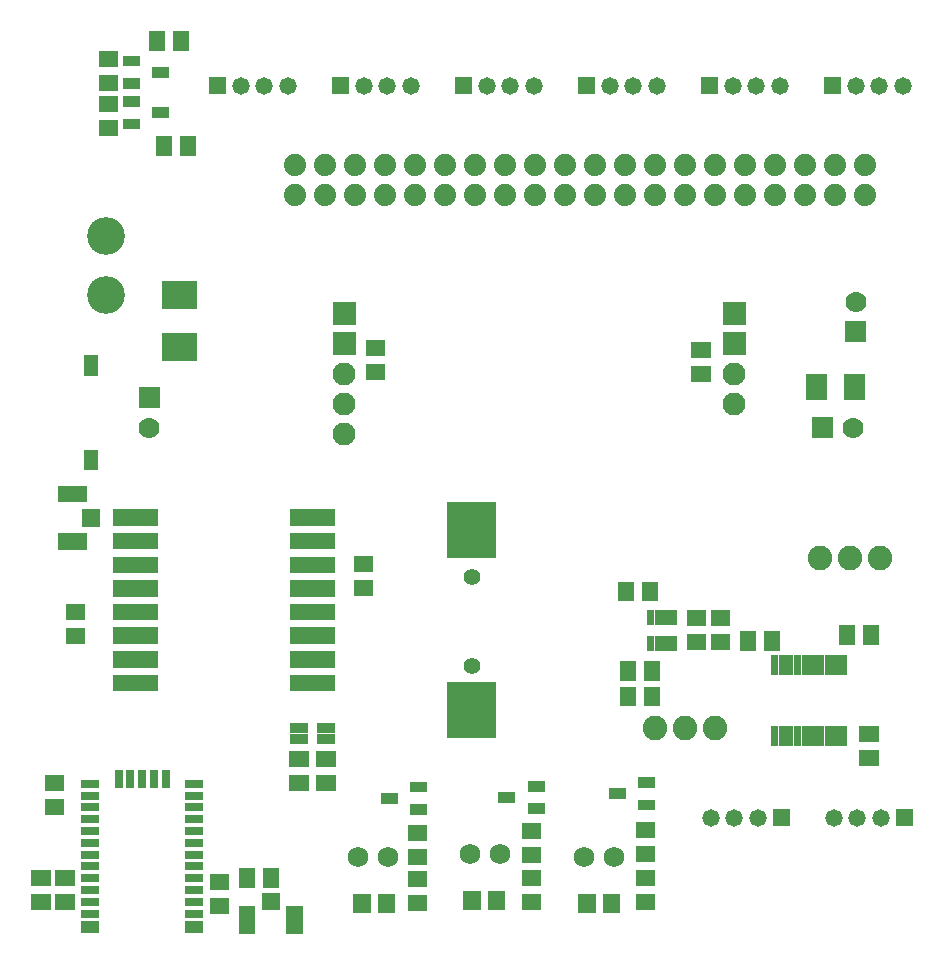
<source format=gts>
G04 Layer: TopSolderMaskLayer*
G04 EasyEDA v6.2.46, 2019-11-12T10:27:12+01:00*
G04 201d7097f1e54f75af69d8895503a090,f684c74a6e3d460ab4b866ead519826c,10*
G04 Gerber Generator version 0.2*
G04 Scale: 100 percent, Rotated: No, Reflected: No *
G04 Dimensions in inches *
G04 leading zeros omitted , absolute positions ,2 integer and 4 decimal *
%FSLAX24Y24*%
%MOIN*%
G90*
G70D02*

%ADD20R,0.059055X0.039370*%
%ADD21R,0.027559X0.059055*%
%ADD22R,0.059055X0.027559*%
%ADD65C,0.055244*%
%ADD71C,0.058000*%
%ADD74C,0.082000*%
%ADD78C,0.070000*%
%ADD79C,0.126110*%
%ADD81C,0.068000*%
%ADD83C,0.076898*%
%ADD84C,0.074000*%

%LPD*%
G36*
G01X8851Y8353D02*
G01X8851Y8905D01*
G01X10348Y8905D01*
G01X10348Y8353D01*
G01X8851Y8353D01*
G37*
G36*
G01X8851Y9144D02*
G01X8851Y9696D01*
G01X10348Y9696D01*
G01X10348Y9144D01*
G01X8851Y9144D01*
G37*
G36*
G01X2951Y8353D02*
G01X2951Y8905D01*
G01X4448Y8905D01*
G01X4448Y8353D01*
G01X2951Y8353D01*
G37*
G36*
G01X8851Y9934D02*
G01X8851Y10486D01*
G01X10348Y10486D01*
G01X10348Y9934D01*
G01X8851Y9934D01*
G37*
G36*
G01X8851Y10724D02*
G01X8851Y11276D01*
G01X10348Y11276D01*
G01X10348Y10724D01*
G01X8851Y10724D01*
G37*
G36*
G01X8851Y11503D02*
G01X8851Y12055D01*
G01X10348Y12055D01*
G01X10348Y11503D01*
G01X8851Y11503D01*
G37*
G36*
G01X8851Y12294D02*
G01X8851Y12846D01*
G01X10348Y12846D01*
G01X10348Y12294D01*
G01X8851Y12294D01*
G37*
G36*
G01X8851Y13084D02*
G01X8851Y13636D01*
G01X10348Y13636D01*
G01X10348Y13084D01*
G01X8851Y13084D01*
G37*
G36*
G01X8851Y13874D02*
G01X8851Y14426D01*
G01X10348Y14426D01*
G01X10348Y13874D01*
G01X8851Y13874D01*
G37*
G36*
G01X2951Y9144D02*
G01X2951Y9696D01*
G01X4448Y9696D01*
G01X4448Y9144D01*
G01X2951Y9144D01*
G37*
G36*
G01X2951Y9934D02*
G01X2951Y10486D01*
G01X4448Y10486D01*
G01X4448Y9934D01*
G01X2951Y9934D01*
G37*
G36*
G01X2951Y10724D02*
G01X2951Y11276D01*
G01X4448Y11276D01*
G01X4448Y10724D01*
G01X2951Y10724D01*
G37*
G36*
G01X2951Y11503D02*
G01X2951Y12055D01*
G01X4448Y12055D01*
G01X4448Y11503D01*
G01X2951Y11503D01*
G37*
G36*
G01X2951Y12294D02*
G01X2951Y12846D01*
G01X4448Y12846D01*
G01X4448Y12294D01*
G01X2951Y12294D01*
G37*
G36*
G01X2951Y13084D02*
G01X2951Y13636D01*
G01X4448Y13636D01*
G01X4448Y13084D01*
G01X2951Y13084D01*
G37*
G36*
G01X2951Y13874D02*
G01X2951Y14426D01*
G01X4448Y14426D01*
G01X4448Y13874D01*
G01X2951Y13874D01*
G37*
G54D20*
G01X2185Y490D03*
G54D21*
G01X3917Y5430D03*
G01X4705Y5430D03*
G01X4311Y5430D03*
G01X3523Y5430D03*
G01X3130Y5430D03*
G54D22*
G01X2185Y942D03*
G01X2185Y1336D03*
G01X2185Y1730D03*
G01X2185Y2123D03*
G01X2185Y2517D03*
G01X2185Y2911D03*
G01X2185Y3305D03*
G01X2185Y3698D03*
G01X2185Y4092D03*
G01X2185Y4486D03*
G01X2185Y4879D03*
G01X2185Y5273D03*
G54D20*
G01X5650Y490D03*
G54D22*
G01X5650Y942D03*
G01X5650Y1336D03*
G01X5650Y1730D03*
G01X5650Y2123D03*
G01X5650Y2517D03*
G01X5650Y2911D03*
G01X5650Y3305D03*
G01X5650Y3698D03*
G01X5650Y4092D03*
G01X5650Y4486D03*
G01X5650Y4879D03*
G01X5650Y5273D03*
G36*
G01X8821Y5022D02*
G01X8821Y5557D01*
G01X9478Y5557D01*
G01X9478Y5022D01*
G01X8821Y5022D01*
G37*
G36*
G01X8821Y5822D02*
G01X8821Y6357D01*
G01X9478Y6357D01*
G01X9478Y5822D01*
G01X8821Y5822D01*
G37*
G36*
G01X9721Y5022D02*
G01X9721Y5557D01*
G01X10378Y5557D01*
G01X10378Y5022D01*
G01X9721Y5022D01*
G37*
G36*
G01X9721Y5822D02*
G01X9721Y6357D01*
G01X10378Y6357D01*
G01X10378Y5822D01*
G01X9721Y5822D01*
G37*
G36*
G01X225Y1872D02*
G01X225Y2407D01*
G01X875Y2407D01*
G01X875Y1872D01*
G01X225Y1872D01*
G37*
G36*
G01X225Y1072D02*
G01X225Y1607D01*
G01X875Y1607D01*
G01X875Y1072D01*
G01X225Y1072D01*
G37*
G36*
G01X1025Y1872D02*
G01X1025Y2407D01*
G01X1675Y2407D01*
G01X1675Y1872D01*
G01X1025Y1872D01*
G37*
G36*
G01X1025Y1072D02*
G01X1025Y1607D01*
G01X1675Y1607D01*
G01X1675Y1072D01*
G01X1025Y1072D01*
G37*
G36*
G01X8711Y267D02*
G01X8711Y1213D01*
G01X9263Y1213D01*
G01X9263Y267D01*
G01X8711Y267D01*
G37*
G36*
G01X7903Y1053D02*
G01X7903Y1646D01*
G01X8496Y1646D01*
G01X8496Y1053D01*
G01X7903Y1053D01*
G37*
G36*
G01X7136Y267D02*
G01X7136Y1213D01*
G01X7688Y1213D01*
G01X7688Y267D01*
G01X7136Y267D01*
G37*
G36*
G01X7132Y1815D02*
G01X7132Y2465D01*
G01X7667Y2465D01*
G01X7667Y1815D01*
G01X7132Y1815D01*
G37*
G36*
G01X7932Y1815D02*
G01X7932Y2465D01*
G01X8467Y2465D01*
G01X8467Y1815D01*
G01X7932Y1815D01*
G37*
G36*
G01X6175Y1722D02*
G01X6175Y2257D01*
G01X6825Y2257D01*
G01X6825Y1722D01*
G01X6175Y1722D01*
G37*
G36*
G01X6175Y922D02*
G01X6175Y1457D01*
G01X6825Y1457D01*
G01X6825Y922D01*
G01X6175Y922D01*
G37*
G36*
G01X675Y5022D02*
G01X675Y5557D01*
G01X1325Y5557D01*
G01X1325Y5022D01*
G01X675Y5022D01*
G37*
G36*
G01X675Y4222D02*
G01X675Y4757D01*
G01X1325Y4757D01*
G01X1325Y4222D01*
G01X675Y4222D01*
G37*
G36*
G01X14073Y6813D02*
G01X14073Y8666D01*
G01X15726Y8666D01*
G01X15726Y6813D01*
G01X14073Y6813D01*
G37*
G36*
G01X14073Y12813D02*
G01X14073Y14666D01*
G01X15726Y14666D01*
G01X15726Y12813D01*
G01X14073Y12813D01*
G37*
G54D65*
G01X14900Y12150D03*
G01X14900Y9200D03*
G36*
G01X1126Y13076D02*
G01X1126Y13628D01*
G01X2073Y13628D01*
G01X2073Y13076D01*
G01X1126Y13076D01*
G37*
G36*
G01X1913Y13844D02*
G01X1913Y14436D01*
G01X2505Y14436D01*
G01X2505Y13844D01*
G01X1913Y13844D01*
G37*
G36*
G01X1126Y14651D02*
G01X1126Y15203D01*
G01X2073Y15203D01*
G01X2073Y14651D01*
G01X1126Y14651D01*
G37*
G36*
G01X1375Y10722D02*
G01X1375Y11257D01*
G01X2025Y11257D01*
G01X2025Y10722D01*
G01X1375Y10722D01*
G37*
G36*
G01X1375Y9922D02*
G01X1375Y10457D01*
G01X2025Y10457D01*
G01X2025Y9922D01*
G01X1375Y9922D01*
G37*
G36*
G01X10975Y11522D02*
G01X10975Y12057D01*
G01X11625Y12057D01*
G01X11625Y11522D01*
G01X10975Y11522D01*
G37*
G36*
G01X10975Y12322D02*
G01X10975Y12857D01*
G01X11625Y12857D01*
G01X11625Y12322D01*
G01X10975Y12322D01*
G37*
G36*
G01X9759Y6975D02*
G01X9759Y7305D01*
G01X10340Y7305D01*
G01X10340Y6975D01*
G01X9759Y6975D01*
G37*
G36*
G01X9759Y6615D02*
G01X9759Y6945D01*
G01X10340Y6945D01*
G01X10340Y6615D01*
G01X9759Y6615D01*
G37*
G36*
G01X8859Y6975D02*
G01X8859Y7305D01*
G01X9440Y7305D01*
G01X9440Y6975D01*
G01X8859Y6975D01*
G37*
G36*
G01X8859Y6615D02*
G01X8859Y6945D01*
G01X9440Y6945D01*
G01X9440Y6615D01*
G01X8859Y6615D01*
G37*
G36*
G01X4382Y26215D02*
G01X4382Y26865D01*
G01X4917Y26865D01*
G01X4917Y26215D01*
G01X4382Y26215D01*
G37*
G36*
G01X5182Y26215D02*
G01X5182Y26865D01*
G01X5717Y26865D01*
G01X5717Y26215D01*
G01X5182Y26215D01*
G37*
G36*
G01X4255Y27461D02*
G01X4255Y27818D01*
G01X4828Y27818D01*
G01X4828Y27461D01*
G01X4255Y27461D01*
G37*
G36*
G01X3271Y27088D02*
G01X3271Y27444D01*
G01X3844Y27444D01*
G01X3844Y27088D01*
G01X3271Y27088D01*
G37*
G36*
G01X3271Y27836D02*
G01X3271Y28192D01*
G01X3844Y28192D01*
G01X3844Y27836D01*
G01X3271Y27836D01*
G37*
G36*
G01X2475Y26872D02*
G01X2475Y27407D01*
G01X3125Y27407D01*
G01X3125Y26872D01*
G01X2475Y26872D01*
G37*
G36*
G01X2475Y27672D02*
G01X2475Y28207D01*
G01X3125Y28207D01*
G01X3125Y27672D01*
G01X2475Y27672D01*
G37*
G36*
G01X2475Y28372D02*
G01X2475Y28907D01*
G01X3125Y28907D01*
G01X3125Y28372D01*
G01X2475Y28372D01*
G37*
G36*
G01X2475Y29172D02*
G01X2475Y29707D01*
G01X3125Y29707D01*
G01X3125Y29172D01*
G01X2475Y29172D01*
G37*
G36*
G01X4132Y29715D02*
G01X4132Y30365D01*
G01X4667Y30365D01*
G01X4667Y29715D01*
G01X4132Y29715D01*
G37*
G36*
G01X4932Y29715D02*
G01X4932Y30365D01*
G01X5467Y30365D01*
G01X5467Y29715D01*
G01X4932Y29715D01*
G37*
G36*
G01X4255Y28811D02*
G01X4255Y29168D01*
G01X4828Y29168D01*
G01X4828Y28811D01*
G01X4255Y28811D01*
G37*
G36*
G01X3271Y28438D02*
G01X3271Y28794D01*
G01X3844Y28794D01*
G01X3844Y28438D01*
G01X3271Y28438D01*
G37*
G36*
G01X3271Y29186D02*
G01X3271Y29542D01*
G01X3844Y29542D01*
G01X3844Y29186D01*
G01X3271Y29186D01*
G37*
G36*
G01X4569Y21095D02*
G01X4569Y22025D01*
G01X5730Y22025D01*
G01X5730Y21095D01*
G01X4569Y21095D01*
G37*
G36*
G01X4569Y19355D02*
G01X4569Y20284D01*
G01X5730Y20284D01*
G01X5730Y19355D01*
G01X4569Y19355D01*
G37*
G36*
G01X22225Y18672D02*
G01X22225Y19207D01*
G01X22875Y19207D01*
G01X22875Y18672D01*
G01X22225Y18672D01*
G37*
G36*
G01X22225Y19472D02*
G01X22225Y20007D01*
G01X22875Y20007D01*
G01X22875Y19472D01*
G01X22225Y19472D01*
G37*
G36*
G01X11375Y18722D02*
G01X11375Y19257D01*
G01X12025Y19257D01*
G01X12025Y18722D01*
G01X11375Y18722D01*
G37*
G36*
G01X11375Y19522D02*
G01X11375Y20057D01*
G01X12025Y20057D01*
G01X12025Y19522D01*
G01X11375Y19522D01*
G37*
G36*
G01X26630Y28250D02*
G01X26630Y28830D01*
G01X27210Y28830D01*
G01X27210Y28250D01*
G01X26630Y28250D01*
G37*
G54D71*
G01X27710Y28540D03*
G01X28489Y28540D03*
G01X29280Y28540D03*
G36*
G01X22530Y28250D02*
G01X22530Y28830D01*
G01X23110Y28830D01*
G01X23110Y28250D01*
G01X22530Y28250D01*
G37*
G01X23610Y28540D03*
G01X24389Y28540D03*
G01X25180Y28540D03*
G36*
G01X18430Y28250D02*
G01X18430Y28830D01*
G01X19010Y28830D01*
G01X19010Y28250D01*
G01X18430Y28250D01*
G37*
G01X19510Y28540D03*
G01X20289Y28540D03*
G01X21080Y28540D03*
G36*
G01X14330Y28250D02*
G01X14330Y28830D01*
G01X14909Y28830D01*
G01X14909Y28250D01*
G01X14330Y28250D01*
G37*
G01X15409Y28540D03*
G01X16190Y28540D03*
G01X16980Y28540D03*
G36*
G01X10230Y28250D02*
G01X10230Y28830D01*
G01X10809Y28830D01*
G01X10809Y28250D01*
G01X10230Y28250D01*
G37*
G01X11309Y28540D03*
G01X12090Y28540D03*
G01X12880Y28540D03*
G36*
G01X6130Y28250D02*
G01X6130Y28830D01*
G01X6709Y28830D01*
G01X6709Y28250D01*
G01X6130Y28250D01*
G37*
G01X7209Y28540D03*
G01X7990Y28540D03*
G01X8780Y28540D03*
G36*
G01X1963Y15730D02*
G01X1963Y16400D01*
G01X2436Y16400D01*
G01X2436Y15730D01*
G01X1963Y15730D01*
G37*
G36*
G01X1963Y18880D02*
G01X1963Y19550D01*
G01X2436Y19550D01*
G01X2436Y18880D01*
G01X1963Y18880D01*
G37*
G36*
G01X21517Y10574D02*
G01X21517Y11072D01*
G01X21755Y11072D01*
G01X21755Y10574D01*
G01X21517Y10574D01*
G37*
G36*
G01X21260Y10574D02*
G01X21260Y11072D01*
G01X21498Y11072D01*
G01X21498Y10574D01*
G01X21260Y10574D01*
G37*
G36*
G01X21001Y10574D02*
G01X21001Y11072D01*
G01X21239Y11072D01*
G01X21239Y10574D01*
G01X21001Y10574D01*
G37*
G36*
G01X20744Y10574D02*
G01X20744Y11072D01*
G01X20982Y11072D01*
G01X20982Y10574D01*
G01X20744Y10574D01*
G37*
G36*
G01X20744Y9707D02*
G01X20744Y10205D01*
G01X20982Y10205D01*
G01X20982Y9707D01*
G01X20744Y9707D01*
G37*
G36*
G01X21001Y9707D02*
G01X21001Y10205D01*
G01X21239Y10205D01*
G01X21239Y9707D01*
G01X21001Y9707D01*
G37*
G36*
G01X21260Y9707D02*
G01X21260Y10205D01*
G01X21498Y10205D01*
G01X21498Y9707D01*
G01X21260Y9707D01*
G37*
G36*
G01X21517Y9707D02*
G01X21517Y10205D01*
G01X21755Y10205D01*
G01X21755Y9707D01*
G01X21517Y9707D01*
G37*
G36*
G01X20581Y11365D02*
G01X20581Y12015D01*
G01X21118Y12015D01*
G01X21118Y11365D01*
G01X20581Y11365D01*
G37*
G36*
G01X19781Y11365D02*
G01X19781Y12015D01*
G01X20318Y12015D01*
G01X20318Y11365D01*
G01X19781Y11365D01*
G37*
G36*
G01X20631Y8715D02*
G01X20631Y9365D01*
G01X21168Y9365D01*
G01X21168Y8715D01*
G01X20631Y8715D01*
G37*
G36*
G01X19831Y8715D02*
G01X19831Y9365D01*
G01X20368Y9365D01*
G01X20368Y8715D01*
G01X19831Y8715D01*
G37*
G54D74*
G01X21000Y7140D03*
G01X22000Y7140D03*
G01X23000Y7140D03*
G36*
G01X20631Y7865D02*
G01X20631Y8515D01*
G01X21168Y8515D01*
G01X21168Y7865D01*
G01X20631Y7865D01*
G37*
G36*
G01X19831Y7865D02*
G01X19831Y8515D01*
G01X20368Y8515D01*
G01X20368Y7865D01*
G01X19831Y7865D01*
G37*
G36*
G01X22075Y9722D02*
G01X22075Y10257D01*
G01X22725Y10257D01*
G01X22725Y9722D01*
G01X22075Y9722D01*
G37*
G36*
G01X22075Y10522D02*
G01X22075Y11057D01*
G01X22725Y11057D01*
G01X22725Y10522D01*
G01X22075Y10522D01*
G37*
G36*
G01X22875Y9722D02*
G01X22875Y10257D01*
G01X23525Y10257D01*
G01X23525Y9722D01*
G01X22875Y9722D01*
G37*
G36*
G01X22875Y10522D02*
G01X22875Y11057D01*
G01X23525Y11057D01*
G01X23525Y10522D01*
G01X22875Y10522D01*
G37*
G36*
G01X26159Y8886D02*
G01X26159Y9555D01*
G01X26397Y9555D01*
G01X26397Y8886D01*
G01X26159Y8886D01*
G37*
G36*
G01X25903Y8886D02*
G01X25903Y9555D01*
G01X26140Y9555D01*
G01X26140Y8886D01*
G01X25903Y8886D01*
G37*
G36*
G01X25647Y8886D02*
G01X25647Y9555D01*
G01X25885Y9555D01*
G01X25885Y8886D01*
G01X25647Y8886D01*
G37*
G36*
G01X25392Y8886D02*
G01X25392Y9555D01*
G01X25628Y9555D01*
G01X25628Y8886D01*
G01X25392Y8886D01*
G37*
G36*
G01X26927Y6526D02*
G01X26927Y7194D01*
G01X27164Y7194D01*
G01X27164Y6526D01*
G01X26927Y6526D01*
G37*
G36*
G01X26927Y8886D02*
G01X26927Y9555D01*
G01X27164Y9555D01*
G01X27164Y8886D01*
G01X26927Y8886D01*
G37*
G36*
G01X26671Y8886D02*
G01X26671Y9555D01*
G01X26909Y9555D01*
G01X26909Y8886D01*
G01X26671Y8886D01*
G37*
G36*
G01X26414Y8886D02*
G01X26414Y9555D01*
G01X26652Y9555D01*
G01X26652Y8886D01*
G01X26414Y8886D01*
G37*
G36*
G01X25135Y6524D02*
G01X25135Y7192D01*
G01X25372Y7192D01*
G01X25372Y6524D01*
G01X25135Y6524D01*
G37*
G36*
G01X25390Y6524D02*
G01X25390Y7192D01*
G01X25628Y7192D01*
G01X25628Y6524D01*
G01X25390Y6524D01*
G37*
G36*
G01X25647Y6524D02*
G01X25647Y7192D01*
G01X25885Y7192D01*
G01X25885Y6524D01*
G01X25647Y6524D01*
G37*
G36*
G01X25902Y6524D02*
G01X25902Y7192D01*
G01X26140Y7192D01*
G01X26140Y6524D01*
G01X25902Y6524D01*
G37*
G36*
G01X26159Y6524D02*
G01X26159Y7192D01*
G01X26397Y7192D01*
G01X26397Y6524D01*
G01X26159Y6524D01*
G37*
G36*
G01X26414Y6524D02*
G01X26414Y7192D01*
G01X26652Y7192D01*
G01X26652Y6524D01*
G01X26414Y6524D01*
G37*
G36*
G01X25135Y8886D02*
G01X25135Y9555D01*
G01X25372Y9555D01*
G01X25372Y8886D01*
G01X25135Y8886D01*
G37*
G36*
G01X26671Y6526D02*
G01X26671Y7194D01*
G01X26909Y7194D01*
G01X26909Y6526D01*
G01X26671Y6526D01*
G37*
G36*
G01X27182Y8888D02*
G01X27182Y9555D01*
G01X27419Y9555D01*
G01X27419Y8888D01*
G01X27182Y8888D01*
G37*
G36*
G01X24880Y8886D02*
G01X24880Y9555D01*
G01X25117Y9555D01*
G01X25117Y8886D01*
G01X24880Y8886D01*
G37*
G36*
G01X24880Y6524D02*
G01X24880Y7192D01*
G01X25117Y7192D01*
G01X25117Y6524D01*
G01X24880Y6524D01*
G37*
G36*
G01X27182Y6524D02*
G01X27182Y7192D01*
G01X27419Y7192D01*
G01X27419Y6524D01*
G01X27182Y6524D01*
G37*
G36*
G01X27825Y5872D02*
G01X27825Y6407D01*
G01X28475Y6407D01*
G01X28475Y5872D01*
G01X27825Y5872D01*
G37*
G36*
G01X27825Y6672D02*
G01X27825Y7207D01*
G01X28475Y7207D01*
G01X28475Y6672D01*
G01X27825Y6672D01*
G37*
G36*
G01X27131Y9915D02*
G01X27131Y10565D01*
G01X27668Y10565D01*
G01X27668Y9915D01*
G01X27131Y9915D01*
G37*
G36*
G01X27931Y9915D02*
G01X27931Y10565D01*
G01X28468Y10565D01*
G01X28468Y9915D01*
G01X27931Y9915D01*
G37*
G36*
G01X24631Y9715D02*
G01X24631Y10365D01*
G01X25168Y10365D01*
G01X25168Y9715D01*
G01X24631Y9715D01*
G37*
G36*
G01X23831Y9715D02*
G01X23831Y10365D01*
G01X24368Y10365D01*
G01X24368Y9715D01*
G01X23831Y9715D01*
G37*
G36*
G01X27305Y18055D02*
G01X27305Y18924D01*
G01X28014Y18924D01*
G01X28014Y18055D01*
G01X27305Y18055D01*
G37*
G36*
G01X26044Y18055D02*
G01X26044Y18924D01*
G01X26755Y18924D01*
G01X26755Y18055D01*
G01X26044Y18055D01*
G37*
G36*
G01X27350Y19990D02*
G01X27350Y20690D01*
G01X28050Y20690D01*
G01X28050Y19990D01*
G01X27350Y19990D01*
G37*
G54D78*
G01X27700Y21340D03*
G54D79*
G01X2700Y23524D03*
G01X2700Y21555D03*
G36*
G01X11871Y4611D02*
G01X11871Y4968D01*
G01X12444Y4968D01*
G01X12444Y4611D01*
G01X11871Y4611D01*
G37*
G36*
G01X12855Y4986D02*
G01X12855Y5342D01*
G01X13428Y5342D01*
G01X13428Y4986D01*
G01X12855Y4986D01*
G37*
G36*
G01X12855Y4238D02*
G01X12855Y4594D01*
G01X13428Y4594D01*
G01X13428Y4238D01*
G01X12855Y4238D01*
G37*
G36*
G01X15780Y4636D02*
G01X15780Y4992D01*
G01X16351Y4992D01*
G01X16351Y4636D01*
G01X15780Y4636D01*
G37*
G36*
G01X16764Y5009D02*
G01X16764Y5366D01*
G01X17335Y5366D01*
G01X17335Y5009D01*
G01X16764Y5009D01*
G37*
G36*
G01X16764Y4261D02*
G01X16764Y4618D01*
G01X17335Y4618D01*
G01X17335Y4261D01*
G01X16764Y4261D01*
G37*
G36*
G01X19472Y4761D02*
G01X19472Y5118D01*
G01X20043Y5118D01*
G01X20043Y4761D01*
G01X19472Y4761D01*
G37*
G36*
G01X20456Y5136D02*
G01X20456Y5492D01*
G01X21027Y5492D01*
G01X21027Y5136D01*
G01X20456Y5136D01*
G37*
G36*
G01X20456Y4388D02*
G01X20456Y4744D01*
G01X21027Y4744D01*
G01X21027Y4388D01*
G01X20456Y4388D01*
G37*
G36*
G01X11767Y974D02*
G01X11767Y1605D01*
G01X12359Y1605D01*
G01X12359Y974D01*
G01X11767Y974D01*
G37*
G36*
G01X10940Y974D02*
G01X10940Y1605D01*
G01X11532Y1605D01*
G01X11532Y974D01*
G01X10940Y974D01*
G37*
G36*
G01X15430Y1075D02*
G01X15430Y1705D01*
G01X16023Y1705D01*
G01X16023Y1075D01*
G01X15430Y1075D01*
G37*
G36*
G01X14603Y1075D02*
G01X14603Y1705D01*
G01X15196Y1705D01*
G01X15196Y1075D01*
G01X14603Y1075D01*
G37*
G36*
G01X12771Y1022D02*
G01X12771Y1557D01*
G01X13428Y1557D01*
G01X13428Y1022D01*
G01X12771Y1022D01*
G37*
G36*
G01X12771Y1822D02*
G01X12771Y2357D01*
G01X13428Y2357D01*
G01X13428Y1822D01*
G01X12771Y1822D01*
G37*
G36*
G01X12775Y3372D02*
G01X12775Y3907D01*
G01X13425Y3907D01*
G01X13425Y3372D01*
G01X12775Y3372D01*
G37*
G36*
G01X12775Y2572D02*
G01X12775Y3107D01*
G01X13425Y3107D01*
G01X13425Y2572D01*
G01X12775Y2572D01*
G37*
G36*
G01X16571Y1072D02*
G01X16571Y1607D01*
G01X17228Y1607D01*
G01X17228Y1072D01*
G01X16571Y1072D01*
G37*
G36*
G01X16571Y1872D02*
G01X16571Y2407D01*
G01X17228Y2407D01*
G01X17228Y1872D01*
G01X16571Y1872D01*
G37*
G36*
G01X16575Y3422D02*
G01X16575Y3957D01*
G01X17226Y3957D01*
G01X17226Y3422D01*
G01X16575Y3422D01*
G37*
G36*
G01X16575Y2622D02*
G01X16575Y3157D01*
G01X17226Y3157D01*
G01X17226Y2622D01*
G01X16575Y2622D01*
G37*
G36*
G01X20371Y1072D02*
G01X20371Y1607D01*
G01X21028Y1607D01*
G01X21028Y1072D01*
G01X20371Y1072D01*
G37*
G36*
G01X20371Y1872D02*
G01X20371Y2407D01*
G01X21028Y2407D01*
G01X21028Y1872D01*
G01X20371Y1872D01*
G37*
G36*
G01X19268Y974D02*
G01X19268Y1605D01*
G01X19860Y1605D01*
G01X19860Y974D01*
G01X19268Y974D01*
G37*
G36*
G01X18440Y974D02*
G01X18440Y1605D01*
G01X19032Y1605D01*
G01X19032Y974D01*
G01X18440Y974D01*
G37*
G36*
G01X20375Y2672D02*
G01X20375Y3207D01*
G01X21025Y3207D01*
G01X21025Y2672D01*
G01X20375Y2672D01*
G37*
G36*
G01X20375Y3472D02*
G01X20375Y4007D01*
G01X21025Y4007D01*
G01X21025Y3472D01*
G01X20375Y3472D01*
G37*
G54D81*
G01X18650Y2840D03*
G01X19650Y2840D03*
G01X11100Y2840D03*
G01X12100Y2840D03*
G01X14850Y2940D03*
G01X15850Y2940D03*
G36*
G01X26250Y16790D02*
G01X26250Y17490D01*
G01X26950Y17490D01*
G01X26950Y16790D01*
G01X26250Y16790D01*
G37*
G54D78*
G01X27600Y17140D03*
G36*
G01X29039Y3850D02*
G01X29039Y4430D01*
G01X29619Y4430D01*
G01X29619Y3850D01*
G01X29039Y3850D01*
G37*
G54D71*
G01X28539Y4140D03*
G01X27760Y4140D03*
G01X26969Y4140D03*
G36*
G01X24939Y3850D02*
G01X24939Y4430D01*
G01X25519Y4430D01*
G01X25519Y3850D01*
G01X24939Y3850D01*
G37*
G01X24439Y4140D03*
G01X23660Y4140D03*
G01X22869Y4140D03*
G36*
G01X3800Y17790D02*
G01X3800Y18490D01*
G01X4500Y18490D01*
G01X4500Y17790D01*
G01X3800Y17790D01*
G37*
G54D78*
G01X4150Y17140D03*
G54D74*
G01X26500Y12792D03*
G01X27500Y12792D03*
G01X28500Y12792D03*
G36*
G01X23265Y19555D02*
G01X23265Y20324D01*
G01X24034Y20324D01*
G01X24034Y19555D01*
G01X23265Y19555D01*
G37*
G36*
G01X23265Y20555D02*
G01X23265Y21324D01*
G01X24034Y21324D01*
G01X24034Y20555D01*
G01X23265Y20555D01*
G37*
G54D83*
G01X10650Y18940D03*
G36*
G01X10265Y20555D02*
G01X10265Y21324D01*
G01X11034Y21324D01*
G01X11034Y20555D01*
G01X10265Y20555D01*
G37*
G36*
G01X10265Y19555D02*
G01X10265Y20324D01*
G01X11034Y20324D01*
G01X11034Y19555D01*
G01X10265Y19555D01*
G37*
G01X10650Y17940D03*
G01X10650Y16940D03*
G01X23650Y18940D03*
G01X23650Y17940D03*
G54D84*
G01X28000Y25888D03*
G01X28000Y24888D03*
G01X27000Y25888D03*
G01X27000Y24888D03*
G01X26000Y25888D03*
G01X26000Y24888D03*
G01X25000Y25888D03*
G01X25000Y24888D03*
G01X24000Y25888D03*
G01X24000Y24888D03*
G01X23000Y25888D03*
G01X23000Y24888D03*
G01X22000Y25888D03*
G01X22000Y24888D03*
G01X21000Y25888D03*
G01X21000Y24888D03*
G01X20000Y25888D03*
G01X20000Y24888D03*
G01X19000Y25888D03*
G01X19000Y24888D03*
G01X18000Y25888D03*
G01X18000Y24888D03*
G01X17000Y25888D03*
G01X17000Y24888D03*
G01X16000Y25888D03*
G01X16000Y24888D03*
G01X15000Y25888D03*
G01X15000Y24888D03*
G01X14000Y25888D03*
G01X14000Y24888D03*
G01X13000Y25888D03*
G01X13000Y24888D03*
G01X12000Y25888D03*
G01X12000Y24888D03*
G01X11000Y25888D03*
G01X11000Y24888D03*
G01X10000Y25888D03*
G01X10000Y24888D03*
G01X9000Y25888D03*
G01X9000Y24888D03*
M00*
M02*

</source>
